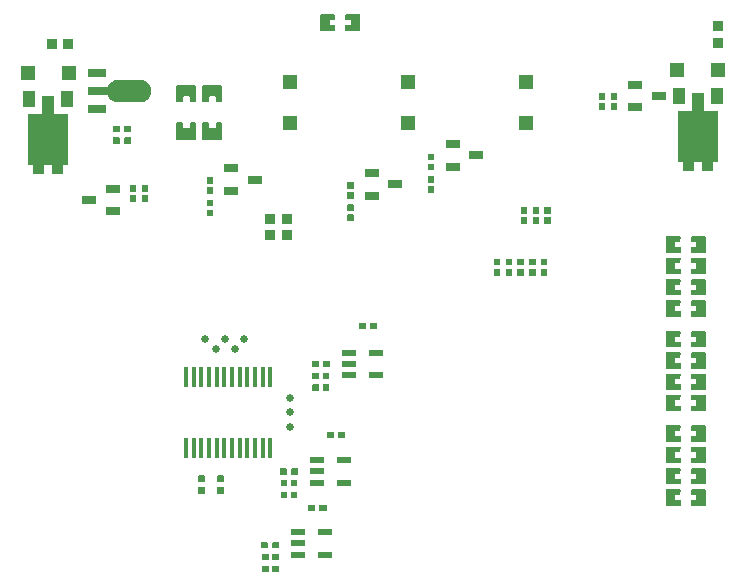
<source format=gbp>
G04 Layer: BottomPasteMaskLayer*
G04 EasyEDA v6.5.40, 2024-03-19 00:07:40*
G04 3cfb54e61b884618aacb5dd00d766781,92418ead495845dc98574c5a0a119f62,10*
G04 Gerber Generator version 0.2*
G04 Scale: 100 percent, Rotated: No, Reflected: No *
G04 Dimensions in millimeters *
G04 leading zeros omitted , absolute positions ,4 integer and 5 decimal *
%FSLAX45Y45*%
%MOMM*%

%AMMACRO1*21,1,$1,$2,0,0,$3*%
%AMMACRO2*4,1,16,1.7,-2.4999,1.7,1.7998,0.5001,1.7998,0.5001,3.3,-0.4999,3.3,-0.4999,1.8001,-1.7,1.8001,-1.7,-2.4999,-1.3,-2.5001,-1.3,-3.3,-0.3,-3.3,-0.3,-2.5001,0.3,-2.5001,0.3,-3.3,1.3,-3.3,1.3,-2.5001,1.7,-2.4999,0*%
%AMMACRO3*4,1,16,1.7,-2.5,1.7,1.8,0.5001,1.8,0.5001,3.3001,-0.4999,3.3001,-0.4999,1.8,-1.7,1.8,-1.7,-2.5,-1.3,-2.5,-1.3,-3.3001,-0.3,-3.3001,-0.3,-2.5,0.3,-2.5,0.3,-3.3001,1.3,-3.3001,1.3,-2.5,1.7,-2.5,0*%
%ADD10MACRO1,0.4X1.65X0.0000*%
%ADD11MACRO1,0.4001X1.65X0.0000*%
%ADD12MACRO2*%
%ADD13MACRO1,1.3X1.1001X90.0000*%
%ADD14MACRO3*%
%ADD15MACRO1,0.49X1.157X90.0000*%
%ADD16MACRO1,0.49X1.175X90.0000*%
%ADD17C,0.6350*%
%ADD18MACRO1,1.1999X1.1499X-90.0000*%
%ADD19MACRO1,1.2002X1.1499X0.0000*%
%ADD20MACRO1,1.2001X1.1499X0.0000*%
%ADD21MACRO1,1.2001X1.1501X0.0000*%
%ADD22MACRO1,1.2002X1.1501X0.0000*%
%ADD23MACRO1,0.7998X0.9002X-90.0000*%
%ADD24MACRO1,0.8001X0.9002X0.0000*%
%ADD25MACRO1,0.7998X0.8999X0.0000*%
%ADD26MACRO1,1.2499X0.7X0.0000*%
%ADD27MACRO1,1.2499X0.6998X0.0000*%
%ADD28MACRO1,0.6721X1.5751X90.0000*%
%ADD29MACRO1,1.2502X0.7X0.0000*%
%ADD30C,0.0167*%

%LPD*%
G36*
X4277004Y2766517D02*
G01*
X4272991Y2762504D01*
X4272991Y2712415D01*
X4277004Y2708452D01*
X4322978Y2708452D01*
X4326991Y2712415D01*
X4326991Y2762504D01*
X4322978Y2766517D01*
G37*
G36*
X4277004Y2851556D02*
G01*
X4272991Y2847543D01*
X4272991Y2797505D01*
X4277004Y2793492D01*
X4322978Y2793492D01*
X4326991Y2797505D01*
X4326991Y2847543D01*
X4322978Y2851556D01*
G37*
G36*
X4376978Y2766517D02*
G01*
X4372965Y2762504D01*
X4372965Y2712415D01*
X4376978Y2708452D01*
X4423003Y2708452D01*
X4426966Y2712415D01*
X4426966Y2762504D01*
X4423003Y2766517D01*
G37*
G36*
X4376978Y2851556D02*
G01*
X4372965Y2847543D01*
X4372965Y2797505D01*
X4376978Y2793492D01*
X4423003Y2793492D01*
X4426966Y2797505D01*
X4426966Y2847543D01*
X4423003Y2851556D01*
G37*
G36*
X4477004Y2766517D02*
G01*
X4472990Y2762504D01*
X4472990Y2712415D01*
X4477004Y2708452D01*
X4522978Y2708452D01*
X4526991Y2712415D01*
X4526991Y2762504D01*
X4522978Y2766517D01*
G37*
G36*
X4477004Y2851556D02*
G01*
X4472990Y2847543D01*
X4472990Y2797505D01*
X4477004Y2793492D01*
X4522978Y2793492D01*
X4526991Y2797505D01*
X4526991Y2847543D01*
X4522978Y2851556D01*
G37*
G36*
X4576978Y2766517D02*
G01*
X4572965Y2762504D01*
X4572965Y2712415D01*
X4576978Y2708452D01*
X4623003Y2708452D01*
X4626965Y2712415D01*
X4626965Y2762504D01*
X4623003Y2766517D01*
G37*
G36*
X4576978Y2851556D02*
G01*
X4572965Y2847543D01*
X4572965Y2797505D01*
X4576978Y2793492D01*
X4623003Y2793492D01*
X4626965Y2797505D01*
X4626965Y2847543D01*
X4623003Y2851556D01*
G37*
G36*
X4506976Y3206496D02*
G01*
X4503013Y3202482D01*
X4503013Y3152444D01*
X4506976Y3148431D01*
X4553000Y3148431D01*
X4557014Y3152444D01*
X4557014Y3202482D01*
X4553000Y3206496D01*
G37*
G36*
X4506976Y3291535D02*
G01*
X4503013Y3287572D01*
X4503013Y3237484D01*
X4506976Y3233470D01*
X4553000Y3233470D01*
X4557014Y3237484D01*
X4557014Y3287572D01*
X4553000Y3291535D01*
G37*
G36*
X4607001Y3206496D02*
G01*
X4602988Y3202482D01*
X4602988Y3152444D01*
X4607001Y3148431D01*
X4652975Y3148431D01*
X4656988Y3152444D01*
X4656988Y3202482D01*
X4652975Y3206496D01*
G37*
G36*
X4607001Y3291535D02*
G01*
X4602988Y3287572D01*
X4602988Y3237484D01*
X4607001Y3233470D01*
X4652975Y3233470D01*
X4656988Y3237484D01*
X4656988Y3287572D01*
X4652975Y3291535D01*
G37*
G36*
X4706975Y3206496D02*
G01*
X4703013Y3202482D01*
X4703013Y3152444D01*
X4706975Y3148431D01*
X4753000Y3148431D01*
X4757013Y3152444D01*
X4757013Y3202482D01*
X4753000Y3206496D01*
G37*
G36*
X4706975Y3291535D02*
G01*
X4703013Y3287572D01*
X4703013Y3237484D01*
X4706975Y3233470D01*
X4753000Y3233470D01*
X4757013Y3237484D01*
X4757013Y3287572D01*
X4753000Y3291535D01*
G37*
G36*
X5734964Y3039008D02*
G01*
X5729986Y3033979D01*
X5729986Y2906014D01*
X5734964Y2900984D01*
X5849975Y2900984D01*
X5855004Y2906014D01*
X5855512Y2947009D01*
X5810504Y2947009D01*
X5810504Y2992018D01*
X5854496Y2992018D01*
X5855004Y3033979D01*
X5849975Y3039008D01*
G37*
G36*
X5950000Y3039008D02*
G01*
X5944971Y3033979D01*
X5944971Y2992018D01*
X5989472Y2992018D01*
X5989472Y2947009D01*
X5945479Y2947009D01*
X5944971Y2906014D01*
X5950000Y2900984D01*
X6065012Y2900984D01*
X6069990Y2906014D01*
X6069990Y3033979D01*
X6065012Y3039008D01*
G37*
G36*
X5734964Y899007D02*
G01*
X5729986Y893978D01*
X5729986Y766013D01*
X5734964Y760984D01*
X5849975Y760984D01*
X5855004Y766013D01*
X5855512Y807008D01*
X5810504Y807008D01*
X5810504Y852017D01*
X5854496Y852017D01*
X5855004Y893978D01*
X5849975Y899007D01*
G37*
G36*
X5950000Y899007D02*
G01*
X5944971Y893978D01*
X5944971Y852017D01*
X5989472Y852017D01*
X5989472Y807008D01*
X5945479Y807008D01*
X5944971Y766013D01*
X5950000Y760984D01*
X6065012Y760984D01*
X6069990Y766013D01*
X6069990Y893978D01*
X6065012Y899007D01*
G37*
G36*
X5734964Y1078992D02*
G01*
X5729986Y1074013D01*
X5729986Y945997D01*
X5734964Y941019D01*
X5849975Y941019D01*
X5855004Y945997D01*
X5855512Y986993D01*
X5810504Y986993D01*
X5810504Y1032002D01*
X5854496Y1032002D01*
X5855004Y1074013D01*
X5849975Y1078992D01*
G37*
G36*
X5950000Y1078992D02*
G01*
X5944971Y1074013D01*
X5944971Y1032002D01*
X5989472Y1032002D01*
X5989472Y986993D01*
X5945479Y986993D01*
X5944971Y945997D01*
X5950000Y941019D01*
X6065012Y941019D01*
X6069990Y945997D01*
X6069990Y1074013D01*
X6065012Y1078992D01*
G37*
G36*
X5734964Y1258976D02*
G01*
X5729986Y1253998D01*
X5729986Y1125982D01*
X5734964Y1121003D01*
X5849975Y1121003D01*
X5855004Y1125982D01*
X5855512Y1167028D01*
X5810504Y1167028D01*
X5810504Y1211986D01*
X5854496Y1211986D01*
X5855004Y1253998D01*
X5849975Y1258976D01*
G37*
G36*
X5950000Y1258976D02*
G01*
X5944971Y1253998D01*
X5944971Y1211986D01*
X5989472Y1211986D01*
X5989472Y1167028D01*
X5945479Y1167028D01*
X5944971Y1125982D01*
X5950000Y1121003D01*
X6065012Y1121003D01*
X6069990Y1125982D01*
X6069990Y1253998D01*
X6065012Y1258976D01*
G37*
G36*
X5734964Y1439011D02*
G01*
X5729986Y1433982D01*
X5729986Y1306017D01*
X5734964Y1300988D01*
X5849975Y1300988D01*
X5855004Y1306017D01*
X5855512Y1347012D01*
X5810504Y1347012D01*
X5810504Y1392021D01*
X5854496Y1392021D01*
X5855004Y1433982D01*
X5849975Y1439011D01*
G37*
G36*
X5950000Y1439011D02*
G01*
X5944971Y1433982D01*
X5944971Y1392021D01*
X5989472Y1392021D01*
X5989472Y1347012D01*
X5945479Y1347012D01*
X5944971Y1306017D01*
X5950000Y1300988D01*
X6065012Y1300988D01*
X6069990Y1306017D01*
X6069990Y1433982D01*
X6065012Y1439011D01*
G37*
G36*
X5734964Y1699006D02*
G01*
X5729986Y1693976D01*
X5729986Y1566011D01*
X5734964Y1560982D01*
X5849975Y1560982D01*
X5855004Y1566011D01*
X5855512Y1607007D01*
X5810504Y1607007D01*
X5810504Y1652016D01*
X5854496Y1652016D01*
X5855004Y1693976D01*
X5849975Y1699006D01*
G37*
G36*
X5950000Y1699006D02*
G01*
X5944971Y1693976D01*
X5944971Y1652016D01*
X5989472Y1652016D01*
X5989472Y1607007D01*
X5945479Y1607007D01*
X5944971Y1566011D01*
X5950000Y1560982D01*
X6065012Y1560982D01*
X6069990Y1566011D01*
X6069990Y1693976D01*
X6065012Y1699006D01*
G37*
G36*
X5734964Y1878990D02*
G01*
X5729986Y1874012D01*
X5729986Y1745996D01*
X5734964Y1741017D01*
X5849975Y1741017D01*
X5855004Y1745996D01*
X5855512Y1786991D01*
X5810504Y1786991D01*
X5810504Y1832000D01*
X5854496Y1832000D01*
X5855004Y1874012D01*
X5849975Y1878990D01*
G37*
G36*
X5950000Y1878990D02*
G01*
X5944971Y1874012D01*
X5944971Y1832000D01*
X5989472Y1832000D01*
X5989472Y1786991D01*
X5945479Y1786991D01*
X5944971Y1745996D01*
X5950000Y1741017D01*
X6065012Y1741017D01*
X6069990Y1745996D01*
X6069990Y1874012D01*
X6065012Y1878990D01*
G37*
G36*
X5734964Y2058974D02*
G01*
X5729986Y2053996D01*
X5729986Y1925980D01*
X5734964Y1921002D01*
X5849975Y1921002D01*
X5855004Y1925980D01*
X5855512Y1966975D01*
X5810504Y1966975D01*
X5810504Y2011984D01*
X5854496Y2011984D01*
X5855004Y2053996D01*
X5849975Y2058974D01*
G37*
G36*
X5950000Y2058974D02*
G01*
X5944971Y2053996D01*
X5944971Y2011984D01*
X5989472Y2011984D01*
X5989472Y1966975D01*
X5945479Y1966975D01*
X5944971Y1925980D01*
X5950000Y1921002D01*
X6065012Y1921002D01*
X6069990Y1925980D01*
X6069990Y2053996D01*
X6065012Y2058974D01*
G37*
G36*
X5734964Y2239010D02*
G01*
X5729986Y2233980D01*
X5729986Y2106015D01*
X5734964Y2100986D01*
X5849975Y2100986D01*
X5855004Y2106015D01*
X5855512Y2147011D01*
X5810504Y2147011D01*
X5810504Y2192020D01*
X5854496Y2192020D01*
X5855004Y2233980D01*
X5849975Y2239010D01*
G37*
G36*
X5950000Y2239010D02*
G01*
X5944971Y2233980D01*
X5944971Y2192020D01*
X5989472Y2192020D01*
X5989472Y2147011D01*
X5945479Y2147011D01*
X5944971Y2106015D01*
X5950000Y2100986D01*
X6065012Y2100986D01*
X6069990Y2106015D01*
X6069990Y2233980D01*
X6065012Y2239010D01*
G37*
G36*
X5734964Y2499004D02*
G01*
X5729986Y2493975D01*
X5729986Y2366010D01*
X5734964Y2360980D01*
X5849975Y2360980D01*
X5855004Y2366010D01*
X5855512Y2407005D01*
X5810504Y2407005D01*
X5810504Y2452014D01*
X5854496Y2452014D01*
X5855004Y2493975D01*
X5849975Y2499004D01*
G37*
G36*
X5950000Y2499004D02*
G01*
X5944971Y2493975D01*
X5944971Y2452014D01*
X5989472Y2452014D01*
X5989472Y2407005D01*
X5945479Y2407005D01*
X5944971Y2366010D01*
X5950000Y2360980D01*
X6065012Y2360980D01*
X6069990Y2366010D01*
X6069990Y2493975D01*
X6065012Y2499004D01*
G37*
G36*
X5734964Y2678988D02*
G01*
X5729986Y2674010D01*
X5729986Y2545994D01*
X5734964Y2541016D01*
X5849975Y2541016D01*
X5855004Y2545994D01*
X5855512Y2586990D01*
X5810504Y2586990D01*
X5810504Y2631998D01*
X5854496Y2631998D01*
X5855004Y2674010D01*
X5849975Y2678988D01*
G37*
G36*
X5950000Y2678988D02*
G01*
X5944971Y2674010D01*
X5944971Y2631998D01*
X5989472Y2631998D01*
X5989472Y2586990D01*
X5945479Y2586990D01*
X5944971Y2545994D01*
X5950000Y2541016D01*
X6065012Y2541016D01*
X6069990Y2545994D01*
X6069990Y2674010D01*
X6065012Y2678988D01*
G37*
G36*
X5734964Y2858973D02*
G01*
X5729986Y2853994D01*
X5729986Y2725978D01*
X5734964Y2721000D01*
X5849975Y2721000D01*
X5855004Y2725978D01*
X5855512Y2766974D01*
X5810504Y2766974D01*
X5810504Y2811983D01*
X5854496Y2811983D01*
X5855004Y2853994D01*
X5849975Y2858973D01*
G37*
G36*
X5950000Y2858973D02*
G01*
X5944971Y2853994D01*
X5944971Y2811983D01*
X5989472Y2811983D01*
X5989472Y2766974D01*
X5945479Y2766974D01*
X5944971Y2725978D01*
X5950000Y2721000D01*
X6065012Y2721000D01*
X6069990Y2725978D01*
X6069990Y2853994D01*
X6065012Y2858973D01*
G37*
G36*
X4677003Y2766517D02*
G01*
X4672990Y2762504D01*
X4672990Y2712415D01*
X4677003Y2708452D01*
X4722977Y2708452D01*
X4726990Y2712415D01*
X4726990Y2762504D01*
X4722977Y2766517D01*
G37*
G36*
X4677003Y2851556D02*
G01*
X4672990Y2847543D01*
X4672990Y2797505D01*
X4677003Y2793492D01*
X4722977Y2793492D01*
X4726990Y2797505D01*
X4726990Y2847543D01*
X4722977Y2851556D01*
G37*
G36*
X2737002Y1987499D02*
G01*
X2731973Y1982470D01*
X2731973Y1937512D01*
X2737002Y1932482D01*
X2785008Y1932482D01*
X2791968Y1937512D01*
X2791968Y1982470D01*
X2785008Y1987499D01*
G37*
G36*
X2834995Y1987499D02*
G01*
X2827985Y1982470D01*
X2827985Y1937512D01*
X2834995Y1932482D01*
X2883001Y1932482D01*
X2887980Y1937512D01*
X2887980Y1982470D01*
X2883001Y1987499D01*
G37*
G36*
X2397506Y351993D02*
G01*
X2393492Y347980D01*
X2393492Y302006D01*
X2397506Y297992D01*
X2447544Y297992D01*
X2451557Y302006D01*
X2451557Y347980D01*
X2447544Y351993D01*
G37*
G36*
X2312416Y351993D02*
G01*
X2308453Y347980D01*
X2308453Y302006D01*
X2312416Y297992D01*
X2362504Y297992D01*
X2366518Y302006D01*
X2366518Y347980D01*
X2362504Y351993D01*
G37*
G36*
X2312416Y252018D02*
G01*
X2308453Y248005D01*
X2308453Y201980D01*
X2312416Y198018D01*
X2362504Y198018D01*
X2366518Y201980D01*
X2366518Y248005D01*
X2362504Y252018D01*
G37*
G36*
X2397506Y252018D02*
G01*
X2393492Y248005D01*
X2393492Y201980D01*
X2397506Y198018D01*
X2447544Y198018D01*
X2451557Y201980D01*
X2451557Y248005D01*
X2447544Y252018D01*
G37*
G36*
X2467000Y1077518D02*
G01*
X2461971Y1072489D01*
X2461971Y1027480D01*
X2467000Y1022502D01*
X2515006Y1022502D01*
X2522016Y1027480D01*
X2522016Y1072489D01*
X2515006Y1077518D01*
G37*
G36*
X2564993Y1077518D02*
G01*
X2557983Y1072489D01*
X2557983Y1027480D01*
X2564993Y1022502D01*
X2612999Y1022502D01*
X2617978Y1027480D01*
X2617978Y1072489D01*
X2612999Y1077518D01*
G37*
G36*
X2557475Y976985D02*
G01*
X2553512Y972972D01*
X2553512Y926998D01*
X2557475Y922985D01*
X2607564Y922985D01*
X2611577Y926998D01*
X2611577Y972972D01*
X2607564Y976985D01*
G37*
G36*
X2472436Y976985D02*
G01*
X2468422Y972972D01*
X2468422Y926998D01*
X2472436Y922985D01*
X2522474Y922985D01*
X2526487Y926998D01*
X2526487Y972972D01*
X2522474Y976985D01*
G37*
G36*
X2472436Y877011D02*
G01*
X2468422Y872998D01*
X2468422Y827024D01*
X2472436Y823010D01*
X2522474Y823010D01*
X2526487Y827024D01*
X2526487Y872998D01*
X2522474Y877011D01*
G37*
G36*
X2557475Y877011D02*
G01*
X2553512Y872998D01*
X2553512Y827024D01*
X2557475Y823010D01*
X2607564Y823010D01*
X2611577Y827024D01*
X2611577Y872998D01*
X2607564Y877011D01*
G37*
G36*
X1937512Y921969D02*
G01*
X1932482Y915009D01*
X1932482Y867003D01*
X1937512Y861974D01*
X1982520Y861974D01*
X1987499Y867003D01*
X1987499Y915009D01*
X1982520Y921969D01*
G37*
G36*
X1937512Y1017981D02*
G01*
X1932482Y1013002D01*
X1932482Y964996D01*
X1937512Y957986D01*
X1982520Y957986D01*
X1987499Y964996D01*
X1987499Y1013002D01*
X1982520Y1017981D01*
G37*
G36*
X1777492Y921969D02*
G01*
X1772513Y915009D01*
X1772513Y867003D01*
X1777492Y861974D01*
X1822500Y861974D01*
X1827479Y867003D01*
X1827479Y915009D01*
X1822500Y921969D01*
G37*
G36*
X1777492Y1017981D02*
G01*
X1772513Y1013002D01*
X1772513Y964996D01*
X1777492Y957986D01*
X1822500Y957986D01*
X1827479Y964996D01*
X1827479Y1013002D01*
X1822500Y1017981D01*
G37*
G36*
X2306980Y452475D02*
G01*
X2302002Y447497D01*
X2302002Y402488D01*
X2306980Y397510D01*
X2354986Y397510D01*
X2361996Y402488D01*
X2361996Y447497D01*
X2354986Y452475D01*
G37*
G36*
X2404973Y452475D02*
G01*
X2398014Y447497D01*
X2398014Y402488D01*
X2404973Y397510D01*
X2452979Y397510D01*
X2458008Y402488D01*
X2458008Y447497D01*
X2452979Y452475D01*
G37*
G36*
X1846986Y3351580D02*
G01*
X1842973Y3347567D01*
X1842973Y3297478D01*
X1846986Y3293516D01*
X1893011Y3293516D01*
X1896973Y3297478D01*
X1896973Y3347567D01*
X1893011Y3351580D01*
G37*
G36*
X1846986Y3266490D02*
G01*
X1842973Y3262477D01*
X1842973Y3212439D01*
X1846986Y3208426D01*
X1893011Y3208426D01*
X1896973Y3212439D01*
X1896973Y3262477D01*
X1893011Y3266490D01*
G37*
G36*
X1846986Y3456482D02*
G01*
X1842973Y3452469D01*
X1842973Y3402431D01*
X1846986Y3398418D01*
X1893011Y3398418D01*
X1896973Y3402431D01*
X1896973Y3452469D01*
X1893011Y3456482D01*
G37*
G36*
X1846986Y3541572D02*
G01*
X1842973Y3537559D01*
X1842973Y3487470D01*
X1846986Y3483508D01*
X1893011Y3483508D01*
X1896973Y3487470D01*
X1896973Y3537559D01*
X1893011Y3541572D01*
G37*
G36*
X3036976Y3311550D02*
G01*
X3033014Y3307537D01*
X3033014Y3257499D01*
X3036976Y3253486D01*
X3083001Y3253486D01*
X3087014Y3257499D01*
X3087014Y3307537D01*
X3083001Y3311550D01*
G37*
G36*
X3036976Y3226511D02*
G01*
X3033014Y3222498D01*
X3033014Y3172409D01*
X3036976Y3168446D01*
X3083001Y3168446D01*
X3087014Y3172409D01*
X3087014Y3222498D01*
X3083001Y3226511D01*
G37*
G36*
X3036976Y3416503D02*
G01*
X3033014Y3412490D01*
X3033014Y3362451D01*
X3036976Y3358438D01*
X3083001Y3358438D01*
X3087014Y3362451D01*
X3087014Y3412490D01*
X3083001Y3416503D01*
G37*
G36*
X3036976Y3501542D02*
G01*
X3033014Y3497579D01*
X3033014Y3447491D01*
X3036976Y3443478D01*
X3083001Y3443478D01*
X3087014Y3447491D01*
X3087014Y3497579D01*
X3083001Y3501542D01*
G37*
G36*
X2827477Y1887016D02*
G01*
X2823514Y1883003D01*
X2823514Y1836978D01*
X2827477Y1833016D01*
X2877566Y1833016D01*
X2881579Y1836978D01*
X2881579Y1883003D01*
X2877566Y1887016D01*
G37*
G36*
X2742438Y1887016D02*
G01*
X2738424Y1883003D01*
X2738424Y1836978D01*
X2742438Y1833016D01*
X2792476Y1833016D01*
X2796489Y1836978D01*
X2796489Y1883003D01*
X2792476Y1887016D01*
G37*
G36*
X2742438Y1786991D02*
G01*
X2738424Y1782978D01*
X2738424Y1737004D01*
X2742438Y1732991D01*
X2792476Y1732991D01*
X2796489Y1737004D01*
X2796489Y1782978D01*
X2792476Y1786991D01*
G37*
G36*
X2827477Y1786991D02*
G01*
X2823514Y1782978D01*
X2823514Y1737004D01*
X2827477Y1732991D01*
X2877566Y1732991D01*
X2881579Y1737004D01*
X2881579Y1782978D01*
X2877566Y1786991D01*
G37*
G36*
X3716985Y3551580D02*
G01*
X3712972Y3547567D01*
X3712972Y3497478D01*
X3716985Y3493515D01*
X3763010Y3493515D01*
X3766972Y3497478D01*
X3766972Y3547567D01*
X3763010Y3551580D01*
G37*
G36*
X3716985Y3466490D02*
G01*
X3712972Y3462477D01*
X3712972Y3412439D01*
X3716985Y3408426D01*
X3763010Y3408426D01*
X3766972Y3412439D01*
X3766972Y3462477D01*
X3763010Y3466490D01*
G37*
G36*
X3716985Y3656482D02*
G01*
X3712972Y3652469D01*
X3712972Y3602431D01*
X3716985Y3598418D01*
X3763010Y3598418D01*
X3766972Y3602431D01*
X3766972Y3652469D01*
X3763010Y3656482D01*
G37*
G36*
X3716985Y3741572D02*
G01*
X3712972Y3737559D01*
X3712972Y3687470D01*
X3716985Y3683508D01*
X3763010Y3683508D01*
X3766972Y3687470D01*
X3766972Y3737559D01*
X3763010Y3741572D01*
G37*
G36*
X1593596Y4004970D02*
G01*
X1583588Y3995013D01*
X1583588Y3866489D01*
X1593596Y3856482D01*
X1746402Y3856482D01*
X1756410Y3866489D01*
X1756410Y3995013D01*
X1746402Y4004970D01*
X1709369Y4004970D01*
X1699361Y3995013D01*
X1699361Y3964482D01*
X1689354Y3954475D01*
X1650644Y3954475D01*
X1640636Y3964482D01*
X1640636Y3995013D01*
X1630629Y4004970D01*
G37*
G36*
X1593596Y4323486D02*
G01*
X1583588Y4313478D01*
X1583588Y4185005D01*
X1593596Y4174998D01*
X1630629Y4174998D01*
X1640636Y4185005D01*
X1640636Y4215485D01*
X1650644Y4225493D01*
X1689354Y4225493D01*
X1699361Y4215485D01*
X1699361Y4185005D01*
X1709369Y4174998D01*
X1746402Y4174998D01*
X1756410Y4185005D01*
X1756410Y4313478D01*
X1746402Y4323486D01*
G37*
G36*
X1813610Y4004970D02*
G01*
X1803603Y3995013D01*
X1803603Y3866489D01*
X1813610Y3856482D01*
X1966417Y3856482D01*
X1976374Y3866489D01*
X1976374Y3995013D01*
X1966417Y4004970D01*
X1929384Y4004970D01*
X1919376Y3995013D01*
X1919376Y3964482D01*
X1909368Y3954475D01*
X1870608Y3954475D01*
X1860600Y3964482D01*
X1860600Y3995013D01*
X1850643Y4004970D01*
G37*
G36*
X1813610Y4323486D02*
G01*
X1803603Y4313478D01*
X1803603Y4185005D01*
X1813610Y4174998D01*
X1850643Y4174998D01*
X1860600Y4185005D01*
X1860600Y4215485D01*
X1870608Y4225493D01*
X1909368Y4225493D01*
X1919376Y4215485D01*
X1919376Y4185005D01*
X1929384Y4174998D01*
X1966417Y4174998D01*
X1976374Y4185005D01*
X1976374Y4313478D01*
X1966417Y4323486D01*
G37*
G36*
X1052017Y3977487D02*
G01*
X1046987Y3972509D01*
X1046987Y3927500D01*
X1052017Y3922471D01*
X1099972Y3922471D01*
X1106982Y3927500D01*
X1106982Y3972509D01*
X1099972Y3977487D01*
G37*
G36*
X1150010Y3977487D02*
G01*
X1143000Y3972509D01*
X1143000Y3927500D01*
X1150010Y3922471D01*
X1198016Y3922471D01*
X1202994Y3927500D01*
X1202994Y3972509D01*
X1198016Y3977487D01*
G37*
G36*
X1052017Y3877513D02*
G01*
X1046987Y3872484D01*
X1046987Y3827475D01*
X1052017Y3822496D01*
X1099972Y3822496D01*
X1106982Y3827475D01*
X1106982Y3872484D01*
X1099972Y3877513D01*
G37*
G36*
X1150010Y3877513D02*
G01*
X1143000Y3872484D01*
X1143000Y3827475D01*
X1150010Y3822496D01*
X1198016Y3822496D01*
X1202994Y3827475D01*
X1202994Y3872484D01*
X1198016Y3877513D01*
G37*
G36*
X2866999Y1387500D02*
G01*
X2861970Y1382522D01*
X2861970Y1337513D01*
X2866999Y1332484D01*
X2915005Y1332484D01*
X2921965Y1337513D01*
X2921965Y1382522D01*
X2915005Y1387500D01*
G37*
G36*
X2964992Y1387500D02*
G01*
X2957982Y1382522D01*
X2957982Y1337513D01*
X2964992Y1332484D01*
X3012998Y1332484D01*
X3017977Y1337513D01*
X3017977Y1382522D01*
X3012998Y1387500D01*
G37*
G36*
X2706979Y767486D02*
G01*
X2702001Y762508D01*
X2702001Y717499D01*
X2706979Y712520D01*
X2754985Y712520D01*
X2761996Y717499D01*
X2761996Y762508D01*
X2754985Y767486D01*
G37*
G36*
X2804972Y767486D02*
G01*
X2798013Y762508D01*
X2798013Y717499D01*
X2804972Y712520D01*
X2852978Y712520D01*
X2858008Y717499D01*
X2858008Y762508D01*
X2852978Y767486D01*
G37*
G36*
X3137001Y2307488D02*
G01*
X3131972Y2302510D01*
X3131972Y2257501D01*
X3137001Y2252472D01*
X3185007Y2252472D01*
X3191967Y2257501D01*
X3191967Y2302510D01*
X3185007Y2307488D01*
G37*
G36*
X3234994Y2307488D02*
G01*
X3227984Y2302510D01*
X3227984Y2257501D01*
X3234994Y2252472D01*
X3283000Y2252472D01*
X3287979Y2257501D01*
X3287979Y2302510D01*
X3283000Y2307488D01*
G37*
G36*
X5166969Y4166514D02*
G01*
X5163007Y4162501D01*
X5163007Y4112412D01*
X5166969Y4108450D01*
X5212994Y4108450D01*
X5217007Y4112412D01*
X5217007Y4162501D01*
X5212994Y4166514D01*
G37*
G36*
X5166969Y4251553D02*
G01*
X5163007Y4247540D01*
X5163007Y4197502D01*
X5166969Y4193489D01*
X5212994Y4193489D01*
X5217007Y4197502D01*
X5217007Y4247540D01*
X5212994Y4251553D01*
G37*
G36*
X5266994Y4166514D02*
G01*
X5262981Y4162501D01*
X5262981Y4112412D01*
X5266994Y4108450D01*
X5312968Y4108450D01*
X5316982Y4112412D01*
X5316982Y4162501D01*
X5312968Y4166514D01*
G37*
G36*
X5266994Y4251553D02*
G01*
X5262981Y4247540D01*
X5262981Y4197502D01*
X5266994Y4193489D01*
X5312968Y4193489D01*
X5316982Y4197502D01*
X5316982Y4247540D01*
X5312968Y4251553D01*
G37*
G36*
X1296974Y3471570D02*
G01*
X1293012Y3467557D01*
X1293012Y3417519D01*
X1296974Y3413506D01*
X1342999Y3413506D01*
X1347012Y3417519D01*
X1347012Y3467557D01*
X1342999Y3471570D01*
G37*
G36*
X1296974Y3386480D02*
G01*
X1293012Y3382467D01*
X1293012Y3332429D01*
X1296974Y3328415D01*
X1342999Y3328415D01*
X1347012Y3332429D01*
X1347012Y3382467D01*
X1342999Y3386480D01*
G37*
G36*
X1197000Y3471570D02*
G01*
X1192987Y3467557D01*
X1192987Y3417519D01*
X1197000Y3413506D01*
X1242974Y3413506D01*
X1246987Y3417519D01*
X1246987Y3467557D01*
X1242974Y3471570D01*
G37*
G36*
X1197000Y3386480D02*
G01*
X1192987Y3382467D01*
X1192987Y3332429D01*
X1197000Y3328415D01*
X1242974Y3328415D01*
X1246987Y3332429D01*
X1246987Y3382467D01*
X1242974Y3386480D01*
G37*
G36*
X3022498Y4920996D02*
G01*
X3017520Y4916017D01*
X3017012Y4874971D01*
X3062020Y4874971D01*
X3062020Y4830013D01*
X3017977Y4830013D01*
X3017520Y4788001D01*
X3022498Y4782972D01*
X3137509Y4782972D01*
X3142488Y4788001D01*
X3142488Y4916017D01*
X3137509Y4920996D01*
G37*
G36*
X2807512Y4920996D02*
G01*
X2802483Y4916017D01*
X2802483Y4788001D01*
X2807512Y4782972D01*
X2922473Y4782972D01*
X2927502Y4788001D01*
X2927502Y4830013D01*
X2883001Y4830013D01*
X2883001Y4874971D01*
X2926994Y4874971D01*
X2927502Y4916017D01*
X2922473Y4920996D01*
G37*
D10*
G01*
X2057488Y1247749D03*
D11*
G01*
X2122487Y1247724D03*
D10*
G01*
X2187486Y1247724D03*
G01*
X2252484Y1247724D03*
G01*
X2317483Y1247724D03*
G01*
X2382481Y1247724D03*
G01*
X1992490Y1247724D03*
G01*
X1667497Y1247724D03*
D11*
G01*
X1732495Y1247724D03*
D10*
G01*
X1797494Y1247724D03*
G01*
X1862493Y1247724D03*
G01*
X1927491Y1247724D03*
D11*
G01*
X2122487Y1852244D03*
D10*
G01*
X2187486Y1852244D03*
G01*
X2252484Y1852244D03*
G01*
X2317483Y1852244D03*
G01*
X2382481Y1852244D03*
G01*
X2057488Y1852244D03*
G01*
X1667497Y1852244D03*
D11*
G01*
X1732495Y1852244D03*
D10*
G01*
X1797494Y1852244D03*
G01*
X1862493Y1852244D03*
G01*
X1927491Y1852244D03*
G01*
X1992490Y1852244D03*
D12*
G01*
X5999987Y3922496D03*
D13*
G01*
X6159995Y4227499D03*
G01*
X5839980Y4227499D03*
D14*
G01*
X499999Y3897490D03*
D13*
G01*
X660006Y4202506D03*
G01*
X339991Y4202506D03*
D15*
G01*
X2614637Y344995D03*
G01*
X2614637Y439991D03*
G01*
X2614637Y534987D03*
D16*
G01*
X2845358Y534987D03*
G01*
X2845358Y344995D03*
D15*
G01*
X2774632Y955001D03*
G01*
X2774632Y1049997D03*
G01*
X2774632Y1144993D03*
D16*
G01*
X3005353Y1144993D03*
G01*
X3005353Y955001D03*
D17*
G01*
X2550007Y1429994D03*
G01*
X2550007Y1549984D03*
G01*
X2550007Y1669973D03*
G01*
X2159990Y2169972D03*
G01*
X2079980Y2089962D03*
G01*
X1999995Y2169972D03*
G01*
X1919986Y2089988D03*
G01*
X1829993Y2169972D03*
D18*
G01*
X2549994Y4001490D03*
G01*
X2549994Y4348480D03*
G01*
X3549992Y4001490D03*
G01*
X3549992Y4348480D03*
G01*
X4549990Y4001490D03*
G01*
X4549990Y4348480D03*
D19*
G01*
X5826493Y4449991D03*
D20*
G01*
X6173482Y4449991D03*
D21*
G01*
X326504Y4424984D03*
D22*
G01*
X673493Y4424984D03*
D23*
G01*
X6169990Y4679988D03*
G01*
X6169990Y4819992D03*
D24*
G01*
X670001Y4669993D03*
G01*
X529996Y4669993D03*
D25*
G01*
X2519997Y3049993D03*
G01*
X2379992Y3049993D03*
G01*
X2519997Y3189998D03*
G01*
X2379992Y3189998D03*
D26*
G01*
X2049995Y3424986D03*
G01*
X2049995Y3614978D03*
G01*
X2249995Y3519982D03*
G01*
X3239985Y3385007D03*
D27*
G01*
X3239985Y3574986D03*
G01*
X3439985Y3479990D03*
D26*
G01*
X3924998Y3629990D03*
G01*
X3924998Y3819982D03*
G01*
X4124998Y3724986D03*
D15*
G01*
X3044634Y1865007D03*
G01*
X3044634Y1960003D03*
G01*
X3044634Y2054999D03*
D16*
G01*
X3275355Y2054999D03*
G01*
X3275355Y1865007D03*
D28*
G01*
X914361Y4120006D03*
G01*
X914361Y4420006D03*
G36*
X1278331Y4364964D02*
G01*
X1092911Y4364964D01*
X1088440Y4364862D01*
X1083995Y4364558D01*
X1079576Y4364024D01*
X1075181Y4363313D01*
X1070838Y4362373D01*
X1066520Y4361230D01*
X1062278Y4359910D01*
X1058087Y4358360D01*
X1053998Y4356633D01*
X1049959Y4354728D01*
X1046048Y4352620D01*
X1042212Y4350334D01*
X1038504Y4347870D01*
X1034922Y4345228D01*
X1031468Y4342434D01*
X1028115Y4339462D01*
X1024940Y4336364D01*
X1021892Y4333087D01*
X1019022Y4329709D01*
X1016304Y4326178D01*
X1013764Y4322521D01*
X1011377Y4318762D01*
X1009192Y4314875D01*
X1007160Y4310913D01*
X1005357Y4302963D01*
X835609Y4302963D01*
X835609Y4236973D01*
X1005357Y4236973D01*
X1007160Y4229049D01*
X1009192Y4225061D01*
X1011377Y4221200D01*
X1013764Y4217415D01*
X1016304Y4213783D01*
X1019022Y4210253D01*
X1021892Y4206849D01*
X1024940Y4203598D01*
X1028115Y4200474D01*
X1031468Y4197527D01*
X1034922Y4194708D01*
X1038504Y4192092D01*
X1042212Y4189628D01*
X1046048Y4187342D01*
X1049959Y4185234D01*
X1053998Y4183303D01*
X1058087Y4181576D01*
X1062278Y4180052D01*
X1066520Y4178706D01*
X1070838Y4177563D01*
X1075181Y4176648D01*
X1079576Y4175912D01*
X1083995Y4175379D01*
X1088440Y4175074D01*
X1092911Y4174972D01*
X1278331Y4174972D01*
X1282776Y4175074D01*
X1287221Y4175379D01*
X1291640Y4175912D01*
X1296035Y4176648D01*
X1300378Y4177563D01*
X1304696Y4178706D01*
X1308938Y4180052D01*
X1313129Y4181576D01*
X1317218Y4183303D01*
X1321257Y4185234D01*
X1325168Y4187342D01*
X1329004Y4189628D01*
X1332712Y4192092D01*
X1336294Y4194708D01*
X1339773Y4197527D01*
X1343101Y4200474D01*
X1346276Y4203598D01*
X1349324Y4206849D01*
X1352194Y4210253D01*
X1354912Y4213783D01*
X1357452Y4217415D01*
X1359839Y4221200D01*
X1362024Y4225061D01*
X1364056Y4229049D01*
X1365885Y4233113D01*
X1367510Y4237253D01*
X1368932Y4241469D01*
X1370177Y4245737D01*
X1371219Y4250080D01*
X1372031Y4254449D01*
X1372666Y4258868D01*
X1373073Y4263288D01*
X1373301Y4267733D01*
X1373301Y4272203D01*
X1373073Y4276648D01*
X1372666Y4281093D01*
X1372031Y4285487D01*
X1371219Y4289856D01*
X1370177Y4294200D01*
X1368932Y4298492D01*
X1367510Y4302709D01*
X1365885Y4306849D01*
X1364056Y4310913D01*
X1362024Y4314875D01*
X1359839Y4318762D01*
X1357452Y4322521D01*
X1354912Y4326178D01*
X1352194Y4329709D01*
X1349324Y4333087D01*
X1346276Y4336364D01*
X1343101Y4339462D01*
X1339773Y4342434D01*
X1336294Y4345228D01*
X1332712Y4347870D01*
X1329004Y4350334D01*
X1325168Y4352620D01*
X1321257Y4354728D01*
X1317218Y4356633D01*
X1313129Y4358360D01*
X1308938Y4359910D01*
X1304696Y4361230D01*
X1300378Y4362373D01*
X1296035Y4363313D01*
X1291640Y4364024D01*
X1287221Y4364558D01*
X1282776Y4364862D01*
X1278331Y4364964D01*
G37*
D29*
G01*
X5469991Y4134992D03*
G01*
X5469991Y4324984D03*
G01*
X5669991Y4229989D03*
D26*
G01*
X1049997Y3444976D03*
D27*
G01*
X1049997Y3254997D03*
G01*
X849998Y3349993D03*
M02*

</source>
